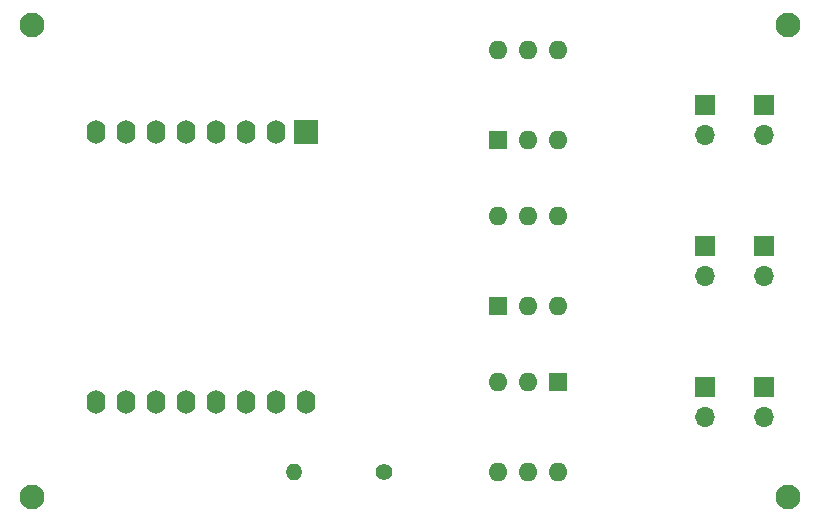
<source format=gbr>
%TF.GenerationSoftware,KiCad,Pcbnew,(7.0.0)*%
%TF.CreationDate,2023-03-09T18:45:04+01:00*%
%TF.ProjectId,turn-on-pc-esp8266,7475726e-2d6f-46e2-9d70-632d65737038,rev?*%
%TF.SameCoordinates,Original*%
%TF.FileFunction,Soldermask,Top*%
%TF.FilePolarity,Negative*%
%FSLAX46Y46*%
G04 Gerber Fmt 4.6, Leading zero omitted, Abs format (unit mm)*
G04 Created by KiCad (PCBNEW (7.0.0)) date 2023-03-09 18:45:04*
%MOMM*%
%LPD*%
G01*
G04 APERTURE LIST*
%ADD10C,1.400000*%
%ADD11O,1.400000X1.400000*%
%ADD12R,1.700000X1.700000*%
%ADD13O,1.700000X1.700000*%
%ADD14R,1.600000X1.600000*%
%ADD15O,1.600000X1.600000*%
%ADD16C,2.100000*%
%ADD17R,2.000000X2.000000*%
%ADD18O,1.600000X2.000000*%
G04 APERTURE END LIST*
D10*
%TO.C,R1*%
X132810000Y-102850000D03*
D11*
X125189999Y-102849999D03*
%TD*%
D12*
%TO.C,J5*%
X159999999Y-95659999D03*
D13*
X159999999Y-98199999D03*
%TD*%
D14*
%TO.C,PWR*%
X142489999Y-74749999D03*
D15*
X145029999Y-74749999D03*
X147569999Y-74749999D03*
X147569999Y-67129999D03*
X145029999Y-67129999D03*
X142489999Y-67129999D03*
%TD*%
D12*
%TO.C,J2*%
X164999999Y-71799999D03*
D13*
X164999999Y-74339999D03*
%TD*%
D12*
%TO.C,J4*%
X164999999Y-83729999D03*
D13*
X164999999Y-86269999D03*
%TD*%
D16*
%TO.C,REF\u002A\u002A*%
X103000000Y-105000000D03*
%TD*%
D14*
%TO.C,LED*%
X147539999Y-95249999D03*
D15*
X144999999Y-95249999D03*
X142459999Y-95249999D03*
X142459999Y-102869999D03*
X144999999Y-102869999D03*
X147539999Y-102869999D03*
%TD*%
D16*
%TO.C,REF\u002A\u002A*%
X167000000Y-105000000D03*
%TD*%
D12*
%TO.C,J3*%
X159999999Y-83729999D03*
D13*
X159999999Y-86269999D03*
%TD*%
D16*
%TO.C,REF\u002A\u002A*%
X167000000Y-65000000D03*
%TD*%
D12*
%TO.C,J1*%
X159999999Y-71799999D03*
D13*
X159999999Y-74339999D03*
%TD*%
D12*
%TO.C,J6*%
X164999999Y-95659999D03*
D13*
X164999999Y-98199999D03*
%TD*%
D17*
%TO.C,U1*%
X126222494Y-74054999D03*
D18*
X123682494Y-74054999D03*
X121142494Y-74054999D03*
X118602494Y-74054999D03*
X116062494Y-74054999D03*
X113522494Y-74054999D03*
X110982494Y-74054999D03*
X108442494Y-74054999D03*
X108442494Y-96914999D03*
X110982494Y-96914999D03*
X113522494Y-96914999D03*
X116062494Y-96914999D03*
X118602494Y-96914999D03*
X121142494Y-96914999D03*
X123682494Y-96914999D03*
X126222494Y-96914999D03*
%TD*%
D16*
%TO.C,REF\u002A\u002A*%
X103000000Y-65000000D03*
%TD*%
D14*
%TO.C,RST*%
X142489999Y-88799999D03*
D15*
X145029999Y-88799999D03*
X147569999Y-88799999D03*
X147569999Y-81179999D03*
X145029999Y-81179999D03*
X142489999Y-81179999D03*
%TD*%
M02*

</source>
